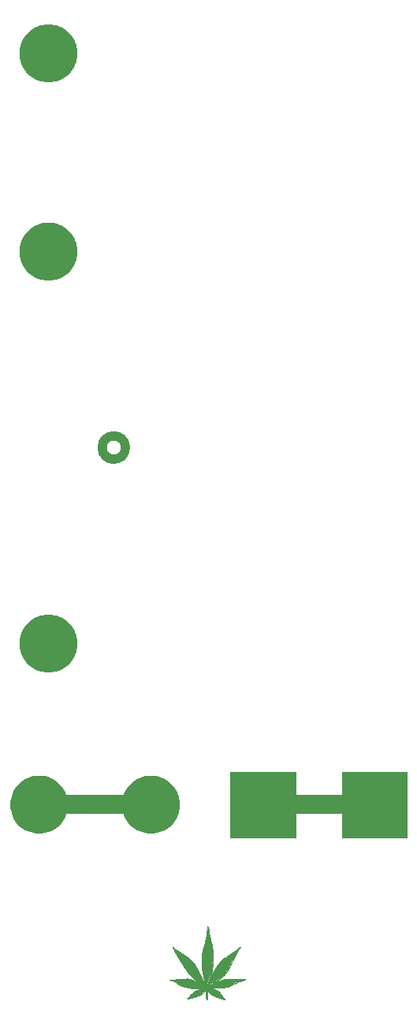
<source format=gbr>
G04 #@! TF.GenerationSoftware,KiCad,Pcbnew,(5.1.5-0)*
G04 #@! TF.CreationDate,2021-01-20T17:48:20-08:00*
G04 #@! TF.ProjectId,vcadsr,76636164-7372-42e6-9b69-6361645f7063,rev?*
G04 #@! TF.SameCoordinates,Original*
G04 #@! TF.FileFunction,Soldermask,Top*
G04 #@! TF.FilePolarity,Negative*
%FSLAX46Y46*%
G04 Gerber Fmt 4.6, Leading zero omitted, Abs format (unit mm)*
G04 Created by KiCad (PCBNEW (5.1.5-0)) date 2021-01-20 17:48:20*
%MOMM*%
%LPD*%
G04 APERTURE LIST*
%ADD10C,2.000000*%
%ADD11C,0.100000*%
%ADD12C,1.000000*%
%ADD13C,0.000002*%
%ADD14C,0.001000*%
G04 APERTURE END LIST*
D10*
X19250000Y-104000000D02*
X7250000Y-104000000D01*
X43500000Y-104000000D02*
X31500000Y-104000000D01*
D11*
G36*
X47000000Y-107500000D02*
G01*
X40000000Y-107500000D01*
X40000000Y-100500000D01*
X47000000Y-100500000D01*
X47000000Y-107500000D01*
G37*
X47000000Y-107500000D02*
X40000000Y-107500000D01*
X40000000Y-100500000D01*
X47000000Y-100500000D01*
X47000000Y-107500000D01*
G36*
X35000000Y-107500000D02*
G01*
X28000000Y-107500000D01*
X28000000Y-100500000D01*
X35000000Y-100500000D01*
X35000000Y-107500000D01*
G37*
X35000000Y-107500000D02*
X28000000Y-107500000D01*
X28000000Y-100500000D01*
X35000000Y-100500000D01*
X35000000Y-107500000D01*
D12*
X16750000Y-65750000D02*
G75*
G03X16750000Y-65750000I-1250000J0D01*
G01*
D11*
G36*
X26160400Y-123747650D02*
G01*
X26712850Y-124027050D01*
X27039875Y-124354075D01*
X27174813Y-124584263D01*
X27406588Y-124854138D01*
X27100200Y-124770000D01*
X26846200Y-124693800D01*
X26668400Y-124630300D01*
X26293750Y-124496950D01*
X25934975Y-124303275D01*
X25674625Y-124017525D01*
X25550800Y-123855600D01*
X25614300Y-123893700D01*
X25588900Y-123830200D01*
X25652400Y-123658750D01*
X26160400Y-123747650D01*
G37*
X26160400Y-123747650D02*
X26712850Y-124027050D01*
X27039875Y-124354075D01*
X27174813Y-124584263D01*
X27406588Y-124854138D01*
X27100200Y-124770000D01*
X26846200Y-124693800D01*
X26668400Y-124630300D01*
X26293750Y-124496950D01*
X25934975Y-124303275D01*
X25674625Y-124017525D01*
X25550800Y-123855600D01*
X25614300Y-123893700D01*
X25588900Y-123830200D01*
X25652400Y-123658750D01*
X26160400Y-123747650D01*
G36*
X25366650Y-123766700D02*
G01*
X24998350Y-124198500D01*
X24560200Y-124471550D01*
X24179200Y-124611250D01*
X23429900Y-124776350D01*
X23912500Y-124249300D01*
X24306200Y-123982600D01*
X24674500Y-123779400D01*
X25144400Y-123703200D01*
X25169800Y-123703200D01*
X25366650Y-123766700D01*
G37*
X25366650Y-123766700D02*
X24998350Y-124198500D01*
X24560200Y-124471550D01*
X24179200Y-124611250D01*
X23429900Y-124776350D01*
X23912500Y-124249300D01*
X24306200Y-123982600D01*
X24674500Y-123779400D01*
X25144400Y-123703200D01*
X25169800Y-123703200D01*
X25366650Y-123766700D01*
G36*
X28573400Y-122738000D02*
G01*
X29005200Y-122763400D01*
X29583207Y-122773943D01*
X28903600Y-122928500D01*
X28471800Y-123119000D01*
X28128900Y-123334900D01*
X27709800Y-123500000D01*
X27176400Y-123588900D01*
X26731900Y-123614300D01*
X26154050Y-123595250D01*
X25576200Y-123576200D01*
X25512700Y-123500000D01*
X25728600Y-123436500D01*
X25735585Y-123385700D01*
X26051815Y-123258700D01*
X26585850Y-123030100D01*
X27138300Y-122826900D01*
X27532000Y-122712600D01*
X27976500Y-122712600D01*
X28573400Y-122738000D01*
G37*
X28573400Y-122738000D02*
X29005200Y-122763400D01*
X29583207Y-122773943D01*
X28903600Y-122928500D01*
X28471800Y-123119000D01*
X28128900Y-123334900D01*
X27709800Y-123500000D01*
X27176400Y-123588900D01*
X26731900Y-123614300D01*
X26154050Y-123595250D01*
X25576200Y-123576200D01*
X25512700Y-123500000D01*
X25728600Y-123436500D01*
X25735585Y-123385700D01*
X26051815Y-123258700D01*
X26585850Y-123030100D01*
X27138300Y-122826900D01*
X27532000Y-122712600D01*
X27976500Y-122712600D01*
X28573400Y-122738000D01*
G36*
X28560700Y-120083700D02*
G01*
X28319400Y-120579000D01*
X28116200Y-121036200D01*
X27855850Y-121556900D01*
X27582800Y-121912500D01*
X27271650Y-122325250D01*
X26801750Y-122718950D01*
X26300100Y-123055500D01*
X25195200Y-123652400D01*
X25220600Y-123322200D01*
X25525400Y-123271400D01*
X25773050Y-122833250D01*
X25988950Y-122369700D01*
X26154050Y-122039500D01*
X26338200Y-121747400D01*
X26503300Y-121429900D01*
X26782700Y-121074300D01*
X27062100Y-120756800D01*
X27392300Y-120464700D01*
X27735200Y-120236100D01*
X28116200Y-119982100D01*
X28509900Y-119715400D01*
X29043300Y-119321700D01*
X28560700Y-120083700D01*
G37*
X28560700Y-120083700D02*
X28319400Y-120579000D01*
X28116200Y-121036200D01*
X27855850Y-121556900D01*
X27582800Y-121912500D01*
X27271650Y-122325250D01*
X26801750Y-122718950D01*
X26300100Y-123055500D01*
X25195200Y-123652400D01*
X25220600Y-123322200D01*
X25525400Y-123271400D01*
X25773050Y-122833250D01*
X25988950Y-122369700D01*
X26154050Y-122039500D01*
X26338200Y-121747400D01*
X26503300Y-121429900D01*
X26782700Y-121074300D01*
X27062100Y-120756800D01*
X27392300Y-120464700D01*
X27735200Y-120236100D01*
X28116200Y-119982100D01*
X28509900Y-119715400D01*
X29043300Y-119321700D01*
X28560700Y-120083700D01*
G36*
X25715900Y-117950100D02*
G01*
X25817500Y-118432700D01*
X25931800Y-118889900D01*
X26014350Y-119220100D01*
X26077850Y-119601100D01*
X26122300Y-120121800D01*
X26122300Y-120655200D01*
X26071500Y-121239400D01*
X26008000Y-121760100D01*
X25865125Y-122255400D01*
X25566675Y-123271400D01*
X25353950Y-123220600D01*
X25119000Y-122306200D01*
X24945962Y-121442600D01*
X24961837Y-120655200D01*
X25014225Y-119994800D01*
X25176150Y-119220100D01*
X25411100Y-118407300D01*
X25538100Y-117632600D01*
X25601600Y-117111900D01*
X25715900Y-117950100D01*
G37*
X25715900Y-117950100D02*
X25817500Y-118432700D01*
X25931800Y-118889900D01*
X26014350Y-119220100D01*
X26077850Y-119601100D01*
X26122300Y-120121800D01*
X26122300Y-120655200D01*
X26071500Y-121239400D01*
X26008000Y-121760100D01*
X25865125Y-122255400D01*
X25566675Y-123271400D01*
X25353950Y-123220600D01*
X25119000Y-122306200D01*
X24945962Y-121442600D01*
X24961837Y-120655200D01*
X25014225Y-119994800D01*
X25176150Y-119220100D01*
X25411100Y-118407300D01*
X25538100Y-117632600D01*
X25601600Y-117111900D01*
X25715900Y-117950100D01*
G36*
X22096400Y-119524900D02*
G01*
X22413900Y-119766200D01*
X22979050Y-120083700D01*
X23575950Y-120515500D01*
X23950600Y-120896500D01*
X24350650Y-121461650D01*
X24947550Y-122642750D01*
X25246000Y-123207900D01*
X25258700Y-123220600D01*
X24928500Y-123246000D01*
X24826900Y-123195200D01*
X24471300Y-122947550D01*
X24064900Y-122579250D01*
X23734700Y-122230000D01*
X23379100Y-121798200D01*
X23099700Y-121379100D01*
X22909200Y-121125100D01*
X22655200Y-120667900D01*
X22401200Y-120299600D01*
X22159900Y-119880500D01*
X21880500Y-119321700D01*
X22096400Y-119524900D01*
G37*
X22096400Y-119524900D02*
X22413900Y-119766200D01*
X22979050Y-120083700D01*
X23575950Y-120515500D01*
X23950600Y-120896500D01*
X24350650Y-121461650D01*
X24947550Y-122642750D01*
X25246000Y-123207900D01*
X25258700Y-123220600D01*
X24928500Y-123246000D01*
X24826900Y-123195200D01*
X24471300Y-122947550D01*
X24064900Y-122579250D01*
X23734700Y-122230000D01*
X23379100Y-121798200D01*
X23099700Y-121379100D01*
X22909200Y-121125100D01*
X22655200Y-120667900D01*
X22401200Y-120299600D01*
X22159900Y-119880500D01*
X21880500Y-119321700D01*
X22096400Y-119524900D01*
G36*
X23502925Y-122703075D02*
G01*
X23839475Y-122798325D01*
X24103000Y-122890400D01*
X24801500Y-123296800D01*
X24831980Y-123324740D01*
X24839600Y-123309500D01*
X24839600Y-123322200D01*
X24831980Y-123324740D01*
X24750700Y-123487300D01*
X25144400Y-123627000D01*
X24934850Y-123652400D01*
X24541150Y-123677800D01*
X24064900Y-123677800D01*
X23620400Y-123614300D01*
X23137800Y-123500000D01*
X22744100Y-123385700D01*
X22337700Y-123157100D01*
X22020200Y-122928500D01*
X21613800Y-122801500D01*
X22261500Y-122750700D01*
X22794900Y-122712600D01*
X23258450Y-122706250D01*
X23502925Y-122703075D01*
G37*
X23502925Y-122703075D02*
X23839475Y-122798325D01*
X24103000Y-122890400D01*
X24801500Y-123296800D01*
X24831980Y-123324740D01*
X24839600Y-123309500D01*
X24839600Y-123322200D01*
X24831980Y-123324740D01*
X24750700Y-123487300D01*
X25144400Y-123627000D01*
X24934850Y-123652400D01*
X24541150Y-123677800D01*
X24064900Y-123677800D01*
X23620400Y-123614300D01*
X23137800Y-123500000D01*
X22744100Y-123385700D01*
X22337700Y-123157100D01*
X22020200Y-122928500D01*
X21613800Y-122801500D01*
X22261500Y-122750700D01*
X22794900Y-122712600D01*
X23258450Y-122706250D01*
X23502925Y-122703075D01*
G36*
X25500000Y-123284100D02*
G01*
X25288862Y-123477775D01*
X25507937Y-123573025D01*
X26258825Y-124115950D01*
X26077850Y-124211200D01*
X25500000Y-123754000D01*
X25512700Y-124846200D01*
X25398400Y-124706500D01*
X25392050Y-123817500D01*
X25436500Y-123817500D01*
X25055500Y-123601600D01*
X24769750Y-123449200D01*
X24934850Y-123169800D01*
X25500000Y-123284100D01*
G37*
X25500000Y-123284100D02*
X25288862Y-123477775D01*
X25507937Y-123573025D01*
X26258825Y-124115950D01*
X26077850Y-124211200D01*
X25500000Y-123754000D01*
X25512700Y-124846200D01*
X25398400Y-124706500D01*
X25392050Y-123817500D01*
X25436500Y-123817500D01*
X25055500Y-123601600D01*
X24769750Y-123449200D01*
X24934850Y-123169800D01*
X25500000Y-123284100D01*
D13*
X24979586Y-121596968D02*
X24986414Y-121663404D01*
X21560628Y-122785206D02*
G75*
G02X21562745Y-122780474I8833J-1112D01*
G01*
X21562745Y-122780475D02*
G75*
G02X21567170Y-122777659I6961J-6056D01*
G01*
X21567171Y-122777659D02*
G75*
G02X21576272Y-122775641I21302J-74534D01*
G01*
X21619176Y-122769928D02*
X21576272Y-122775641D01*
X21675382Y-122764579D02*
X21619176Y-122769928D01*
X21749523Y-122759059D02*
X21675382Y-122764579D01*
X21850810Y-122752773D02*
X21749523Y-122759059D01*
X21964250Y-122745535D02*
X21850810Y-122752773D01*
X22055159Y-122738329D02*
X21964250Y-122745535D01*
X22135946Y-122730142D02*
X22055159Y-122738329D01*
X22217522Y-122719967D02*
X22135946Y-122730142D01*
X22295588Y-122710763D02*
X22217522Y-122719967D01*
X22394548Y-122701810D02*
X22295588Y-122710763D01*
X22502731Y-122693949D02*
X22394548Y-122701810D01*
X22610022Y-122688039D02*
X22502731Y-122693949D01*
X22658893Y-122685783D02*
X22610022Y-122688039D01*
X22728084Y-122682592D02*
X22658893Y-122685783D01*
X22803746Y-122679104D02*
X22728084Y-122682592D01*
X22875022Y-122675821D02*
X22803746Y-122679104D01*
X23042892Y-122668843D02*
X22875022Y-122675821D01*
X23217753Y-122663052D02*
X23042892Y-122668843D01*
X23391324Y-122658069D02*
X23217753Y-122663052D01*
X23391324Y-122658069D02*
G75*
G02X23400393Y-122660507I462J-16364D01*
G01*
X23403889Y-122661762D02*
G75*
G02X23400393Y-122660507I1209J8867D01*
G01*
X23419388Y-122663775D02*
X23403889Y-122661762D01*
X23437771Y-122665819D02*
X23419388Y-122663775D01*
X23458715Y-122667713D02*
X23437771Y-122665819D01*
X24970054Y-121487481D02*
X24972649Y-121517124D01*
X26112378Y-123647086D02*
X26157522Y-123650622D01*
X26063537Y-123643388D02*
X26112378Y-123647086D01*
X26018194Y-123640058D02*
X26063537Y-123643388D01*
X25985022Y-123637755D02*
X26018194Y-123640058D01*
X25953615Y-123635486D02*
X25985022Y-123637755D01*
X25914584Y-123632326D02*
X25953615Y-123635486D01*
X25874606Y-123628849D02*
X25914584Y-123632326D01*
X25840022Y-123625579D02*
X25874606Y-123628849D01*
X25778512Y-123620402D02*
X25840022Y-123625579D01*
X25726901Y-123618134D02*
X25778512Y-123620402D01*
X24331364Y-121380665D02*
X24202584Y-121173051D01*
X24460123Y-121610277D02*
X24331364Y-121380665D01*
X25763811Y-123644985D02*
X25725611Y-123637712D01*
X25801820Y-123651668D02*
X25763811Y-123644985D01*
X25827522Y-123655429D02*
X25801820Y-123651668D01*
X25827522Y-123655429D02*
G75*
G02X25915850Y-123671576I-96572J-777952D01*
G01*
X26042223Y-123704860D02*
X25915850Y-123671576D01*
X26181550Y-123747366D02*
X26042223Y-123704860D01*
X26315022Y-123794009D02*
X26181550Y-123747366D01*
X26358649Y-123811046D02*
X26315022Y-123794009D01*
X26404637Y-123830487D02*
X26358649Y-123811046D01*
X26452079Y-123851930D02*
X26404637Y-123830487D01*
X26500085Y-123874987D02*
X26452079Y-123851930D01*
X26500085Y-123874988D02*
G75*
G02X26652408Y-123962179I-639105J-1293158D01*
G01*
X25100081Y-122347260D02*
X25102098Y-122357528D01*
X28120021Y-121015299D02*
G75*
G02X28119743Y-121016562I-3003J0D01*
G01*
X28111209Y-121034952D02*
X28119743Y-121016562D01*
X28101523Y-121055632D02*
X28111209Y-121034952D01*
X28090022Y-121079870D02*
X28101523Y-121055632D01*
X28078521Y-121104146D02*
X28090022Y-121079870D01*
X28068834Y-121124951D02*
X28078521Y-121104146D01*
X28060385Y-121143329D02*
X28068834Y-121124951D01*
X28060021Y-121144995D02*
G75*
G02X28060385Y-121143329I3995J0D01*
G01*
X28060021Y-121144995D02*
G75*
G02X28059292Y-121148297I-7840J0D01*
G01*
X28020677Y-121231421D02*
X28059292Y-121148297D01*
X27977758Y-121323339D02*
X28020677Y-121231421D01*
X27927442Y-121430277D02*
X27977758Y-121323339D01*
X27904537Y-121478174D02*
X27927442Y-121430277D01*
X27876801Y-121534980D02*
X27904537Y-121478174D01*
X27847730Y-121593998D02*
X27876801Y-121534980D01*
X27847731Y-121593997D02*
G75*
G02X27845022Y-121597777I-12801J6311D01*
G01*
X27843589Y-121599614D02*
G75*
G02X27845022Y-121597777I8150J-4881D01*
G01*
X27840177Y-121605418D02*
X27843588Y-121599615D01*
X27836238Y-121612435D02*
X27840177Y-121605418D01*
X27832041Y-121620277D02*
X27836238Y-121612435D01*
X27823008Y-121637116D02*
X27832041Y-121620277D01*
X27812309Y-121656309D02*
X27823008Y-121637116D01*
X27801117Y-121675799D02*
X27812309Y-121656309D01*
X27790563Y-121693576D02*
X27801117Y-121675799D01*
X27786359Y-121700601D02*
X27790563Y-121693576D01*
X27779895Y-121711546D02*
X27786359Y-121700601D01*
X27772630Y-121723921D02*
X27779895Y-121711546D01*
X27765538Y-121736076D02*
X27772630Y-121723921D01*
X27765539Y-121736076D02*
G75*
G02X27676513Y-121874537I-1594117J927112D01*
G01*
X27560765Y-122028716D02*
X27676513Y-121874537D01*
X27429379Y-122185115D02*
X27560765Y-122028716D01*
X27292561Y-122330767D02*
X27429379Y-122185115D01*
X27292561Y-122330767D02*
G75*
G02X27012462Y-122588051I-2992746J2977019D01*
G01*
X26702444Y-122826945D02*
X27012462Y-122588051D01*
X26346530Y-123058868D02*
X26702444Y-122826945D01*
X25927522Y-123295384D02*
X26346530Y-123058868D01*
X25907210Y-123306206D02*
X25927522Y-123295384D01*
X25883256Y-123319049D02*
X25907210Y-123306206D01*
X25859541Y-123331825D02*
X25883256Y-123319049D01*
X25840022Y-123342411D02*
X25859541Y-123331825D01*
X25822766Y-123351769D02*
X25840022Y-123342411D01*
X25806062Y-123360749D02*
X25822766Y-123351769D01*
X25791782Y-123368359D02*
X25806062Y-123360749D01*
X25784097Y-123372337D02*
X25791782Y-123368359D01*
X25767847Y-123382144D02*
G75*
G02X25784097Y-123372337I73169J-102870D01*
G01*
X25751467Y-123395234D02*
G75*
G02X25767847Y-123382145I125077J-139731D01*
G01*
X25738112Y-123408375D02*
G75*
G02X25751467Y-123395234I145858J-134885D01*
G01*
X25735021Y-123416267D02*
G75*
G02X25738111Y-123408375I11624J0D01*
G01*
X25735871Y-123419781D02*
G75*
G02X25735022Y-123416267I6849J3514D01*
G01*
X25738155Y-123421737D02*
G75*
G02X25735870Y-123419780I1247J3768D01*
G01*
X25742397Y-123422198D02*
G75*
G02X25738155Y-123421737I-1044J10127D01*
G01*
X25749641Y-123421103D02*
G75*
G02X25742398Y-123422199I-15184J75919D01*
G01*
X25768149Y-123415366D02*
G75*
G02X25749641Y-123421104I-36945J86448D01*
G01*
X25828992Y-123389023D02*
X25768149Y-123415366D01*
X25896972Y-123358528D02*
X25828992Y-123389023D01*
X25965022Y-123326643D02*
X25896972Y-123358528D01*
X25988044Y-123315656D02*
X25965022Y-123326643D01*
X26013850Y-123303400D02*
X25988044Y-123315656D01*
X26038478Y-123291750D02*
X26013850Y-123303400D01*
X26057522Y-123282798D02*
X26038478Y-123291750D01*
X26077497Y-123273393D02*
X26057522Y-123282798D01*
X26105600Y-123260054D02*
X26077497Y-123273393D01*
X26136247Y-123245444D02*
X26105600Y-123260054D01*
X26165022Y-123231661D02*
X26136247Y-123245444D01*
X26219936Y-123205361D02*
X26165022Y-123231661D01*
X26261702Y-123185535D02*
X26219936Y-123205361D01*
X26296707Y-123169148D02*
X26261702Y-123185535D01*
X26330022Y-123153816D02*
X26296707Y-123169148D01*
X26365354Y-123137574D02*
X26330022Y-123153816D01*
X26431774Y-123106749D02*
X26365354Y-123137574D01*
X26499694Y-123075132D02*
X26431774Y-123106749D01*
X26547522Y-123052733D02*
X26499694Y-123075132D01*
X26694502Y-122984657D02*
X26547522Y-123052733D01*
X26845333Y-122916903D02*
X26694502Y-122984657D01*
X26983653Y-122856658D02*
X26845333Y-122916903D01*
X27090022Y-122812680D02*
X26983653Y-122856658D01*
X27143337Y-122791611D02*
X27090022Y-122812680D01*
X27178135Y-122778359D02*
X27143337Y-122791611D01*
X27207932Y-122767769D02*
X27178135Y-122778359D01*
X27242522Y-122756289D02*
X27207932Y-122767769D01*
X27301620Y-122738467D02*
X27242522Y-122756289D01*
X27363071Y-122722384D02*
X27301620Y-122738467D01*
X27424574Y-122708597D02*
X27363071Y-122722384D01*
X27483822Y-122697669D02*
X27424574Y-122708597D01*
X27525789Y-122691782D02*
X27483822Y-122697669D01*
X27561324Y-122688975D02*
X27525789Y-122691782D01*
X27605896Y-122688261D02*
X27561324Y-122688975D01*
X27686322Y-122689370D02*
X27605896Y-122688261D01*
X27743234Y-122690735D02*
X27686322Y-122689370D01*
X27801607Y-122692737D02*
X27743234Y-122690735D01*
X27853546Y-122695032D02*
X27801607Y-122692737D01*
X27887522Y-122697267D02*
X27853546Y-122695032D01*
X27918287Y-122699702D02*
X27887522Y-122697267D01*
X27957662Y-122702627D02*
X27918287Y-122699702D01*
X27998691Y-122705545D02*
X27957662Y-122702627D01*
X28035022Y-122707990D02*
X27998691Y-122705545D01*
X28072057Y-122710418D02*
X28035022Y-122707990D01*
X28115318Y-122713293D02*
X28072057Y-122710418D01*
X28157867Y-122716150D02*
X28115318Y-122713293D01*
X28192522Y-122718510D02*
X28157867Y-122716150D01*
X28245145Y-122720680D02*
X28192522Y-122718510D01*
X28437897Y-122723130D02*
X28245145Y-122720680D01*
X28666132Y-122725346D02*
X28437897Y-122723130D01*
X28922522Y-122726997D02*
X28666132Y-122725346D01*
X29260194Y-122728974D02*
X28922522Y-122726997D01*
X29446598Y-122730953D02*
X29260194Y-122728974D01*
X29575267Y-122733028D02*
X29446598Y-122730953D01*
X29575267Y-122733028D02*
G75*
G02X29588772Y-122736729I-500J-28318D01*
G01*
X29588772Y-122736728D02*
G75*
G02X29597766Y-122745160I-13045J-22929D01*
G01*
X29597766Y-122745160D02*
G75*
G02X29600023Y-122755412I-12281J-8079D01*
G01*
X29600023Y-122755413D02*
G75*
G02X29594871Y-122765674I-18220J2725D01*
G01*
X29594870Y-122765673D02*
G75*
G02X29583207Y-122773943I-29662J29474D01*
G01*
X29583208Y-122773944D02*
G75*
G02X29565174Y-122781131I-63623J133418D01*
G01*
X29500776Y-122801805D02*
X29565174Y-122781131D01*
X29438093Y-122821392D02*
X29500776Y-122801805D01*
X29402522Y-122831377D02*
X29438093Y-122821392D01*
X29273171Y-122868169D02*
X29402522Y-122831377D01*
X29098786Y-122925203D02*
X29273171Y-122868169D01*
X28919767Y-122988251D02*
X29098786Y-122925203D01*
X28772522Y-123045274D02*
X28919767Y-122988251D01*
X28649199Y-123098078D02*
X28772522Y-123045274D01*
X28503927Y-123164591D02*
X28649199Y-123098078D01*
X28362600Y-123232490D02*
X28503927Y-123164591D01*
X28252522Y-123289199D02*
X28362600Y-123232490D01*
X28118504Y-123360433D02*
X28252522Y-123289199D01*
X28033440Y-123402696D02*
X28118504Y-123360433D01*
X27958987Y-123435131D02*
X28033440Y-123402696D01*
X27867522Y-123470178D02*
X27958987Y-123435131D01*
X27792423Y-123497307D02*
X27867522Y-123470178D01*
X27752851Y-123510723D02*
X27792423Y-123497307D01*
X27713400Y-123522598D02*
X27752851Y-123510723D01*
X27640022Y-123543034D02*
X27713400Y-123522598D01*
X27520804Y-123572545D02*
X27640022Y-123543034D01*
X27383620Y-123600279D02*
X27520804Y-123572545D01*
X27245884Y-123623156D02*
X27383620Y-123600279D01*
X27125022Y-123637838D02*
X27245884Y-123623156D01*
X27101013Y-123640138D02*
X27125022Y-123637838D01*
X27066506Y-123643487D02*
X27101013Y-123640138D01*
X27028547Y-123647195D02*
X27066506Y-123643487D01*
X26992522Y-123650739D02*
X27028547Y-123647195D01*
X26858935Y-123658145D02*
X26992522Y-123650739D01*
X26586190Y-123659806D02*
X26858935Y-123658145D01*
X26313070Y-123657895D02*
X26586190Y-123659806D01*
X26157522Y-123650622D02*
X26313070Y-123657895D01*
X25684700Y-123617876D02*
X25726901Y-123618134D01*
X25680021Y-123622584D02*
G75*
G02X25684700Y-123617876I4709J-1D01*
G01*
X25681145Y-123624719D02*
G75*
G02X25680022Y-123622585I1466J2134D01*
G01*
X25685529Y-123627293D02*
G75*
G02X25681144Y-123624719I15819J31971D01*
G01*
X24610636Y-121888155D02*
X24594341Y-121858062D01*
X24621221Y-121907777D02*
X24610636Y-121888155D01*
X26011249Y-122283226D02*
X25964982Y-122380277D01*
X26096807Y-122112328D02*
X26011249Y-122283226D01*
X26183548Y-121941636D02*
X26096807Y-122112328D01*
X26224269Y-121866527D02*
X26183548Y-121941636D01*
X26238678Y-121841366D02*
X26224269Y-121866527D01*
X26249929Y-121821636D02*
X26238678Y-121841366D01*
X26259609Y-121804555D02*
X26249929Y-121821636D01*
X26269048Y-121787777D02*
X26259609Y-121804555D01*
X26275983Y-121775624D02*
X26269048Y-121787777D01*
X26287590Y-121755731D02*
X26275983Y-121775624D01*
X26300976Y-121732985D02*
X26287590Y-121755731D01*
X26314458Y-121710277D02*
X26300976Y-121732985D01*
X26327575Y-121688268D02*
X26314458Y-121710277D01*
X26339864Y-121667624D02*
X26327575Y-121688268D01*
X26350197Y-121650243D02*
X26339864Y-121667624D01*
X26354889Y-121642307D02*
X26350197Y-121650243D01*
X26399259Y-121570233D02*
X26354889Y-121642307D01*
X26462393Y-121473837D02*
X26399259Y-121570233D01*
X26529939Y-121374271D02*
X26462393Y-121473837D01*
X26589543Y-121290277D02*
X26529939Y-121374271D01*
X26646819Y-121213641D02*
X26589543Y-121290277D01*
X26717177Y-121123061D02*
X26646819Y-121213641D01*
X26784639Y-121038542D02*
X26717177Y-121123061D01*
X26827847Y-120987777D02*
X26784639Y-121038542D01*
X28135064Y-120981889D02*
X28144416Y-120961958D01*
X28127187Y-120998945D02*
X28135064Y-120981889D01*
X28120294Y-121014044D02*
X28127187Y-120998945D01*
X28120022Y-121015299D02*
G75*
G02X28120294Y-121014044I3026J0D01*
G01*
X24575985Y-121824222D02*
X24558037Y-121791194D01*
X24594341Y-121858062D02*
X24575985Y-121824222D01*
X27412904Y-124882618D02*
G75*
G02X27412962Y-124890934I-10582J-4233D01*
G01*
X27412961Y-124890934D02*
G75*
G02X27410571Y-124893771I-5287J2029D01*
G01*
X27410571Y-124893771D02*
G75*
G02X27405675Y-124895933I-11328J19028D01*
G01*
X27405675Y-124895934D02*
G75*
G02X27398837Y-124897326I-10822J35655D01*
G01*
X27398838Y-124897325D02*
G75*
G02X27390414Y-124897777I-8424J78322D01*
G01*
X25893609Y-122541378D02*
X25885721Y-122560277D01*
X25920843Y-122479384D02*
X25893609Y-122541378D01*
X25947720Y-122418594D02*
X25920843Y-122479384D01*
X25964982Y-122380277D02*
X25947720Y-122418594D01*
X27390414Y-124897778D02*
G75*
G02X27375921Y-124896825I0J110737D01*
G01*
X27375921Y-124896825D02*
G75*
G02X27363016Y-124893965I9971J75534D01*
G01*
X27363016Y-124893965D02*
G75*
G02X27346281Y-124887761I53575J170197D01*
G01*
X27315022Y-124874046D02*
X27346281Y-124887761D01*
X27251838Y-124847762D02*
X27315022Y-124874046D01*
X27185736Y-124824319D02*
X27251838Y-124847762D01*
X27114120Y-124802862D02*
X27185736Y-124824319D01*
X27034294Y-124782548D02*
X27114120Y-124802862D01*
X26897606Y-124749292D02*
X27034294Y-124782548D01*
X24630128Y-121924323D02*
X24621221Y-121907777D01*
X24640235Y-121943074D02*
X24630128Y-121924323D01*
X25753305Y-122886243D02*
X25744490Y-122906661D01*
X25763179Y-122862378D02*
X25753305Y-122886243D01*
X25774497Y-122834151D02*
X25763179Y-122862378D01*
X25787768Y-122800277D02*
X25774497Y-122834151D01*
X25793655Y-122785324D02*
X25787768Y-122800277D01*
X25800109Y-122769333D02*
X25793655Y-122785324D01*
X25806173Y-122754627D02*
X25800109Y-122769333D01*
X26652408Y-123962178D02*
G75*
G02X26790509Y-124065987I-743206J-1132487D01*
G01*
X26790509Y-124065987D02*
G75*
G02X26908604Y-124181641I-808447J-943632D01*
G01*
X26908604Y-124181641D02*
G75*
G02X27001099Y-124304225I-691614J-618042D01*
G01*
X27093113Y-124447827D02*
X27001099Y-124304225D01*
X27158325Y-124544131D02*
X27093113Y-124447827D01*
X27219278Y-124626381D02*
X27158325Y-124544131D01*
X27294380Y-124720045D02*
X27219278Y-124626381D01*
X27337947Y-124772822D02*
X27294380Y-124720045D01*
X27351771Y-124789809D02*
X27337947Y-124772822D01*
X27362079Y-124803035D02*
X27351771Y-124789809D01*
X25134498Y-119270277D02*
X25120636Y-119320269D01*
X25810691Y-122744082D02*
X25806173Y-122754627D01*
X25814264Y-122735606D02*
X25810691Y-122744082D01*
X25817281Y-122727667D02*
X25814264Y-122735606D01*
X25819553Y-122720959D02*
X25817281Y-122727667D01*
X25820021Y-122717966D02*
G75*
G02X25819553Y-122720959I-9805J0D01*
G01*
X25820021Y-122717965D02*
G75*
G02X25820501Y-122714968I9600J-1D01*
G01*
X25822848Y-122708209D02*
X25820501Y-122714968D01*
X25825958Y-122700210D02*
X25822848Y-122708209D01*
X25829642Y-122691661D02*
X25825958Y-122700210D01*
X25843866Y-122659784D02*
X25829642Y-122691661D01*
X25852969Y-122638632D02*
X25843866Y-122659784D01*
X25859166Y-122623491D02*
X25852969Y-122638632D01*
X25860007Y-122619082D02*
G75*
G02X25859166Y-122623491I-11749J-43D01*
G01*
X25860007Y-122619082D02*
G75*
G02X25860459Y-122616632I6738J25D01*
G01*
X25863194Y-122609786D02*
X25860459Y-122616632D01*
X25866707Y-122601673D02*
X25863194Y-122609786D01*
X25870874Y-122592777D02*
X25866707Y-122601673D01*
X25875330Y-122583430D02*
X25870874Y-122592777D01*
X25879723Y-122573949D02*
X25875330Y-122583430D01*
X25883495Y-122565577D02*
X25879723Y-122573949D01*
X25885721Y-122560277D02*
X25883495Y-122565577D01*
X27377281Y-124823316D02*
X27362079Y-124803035D01*
X27393683Y-124846689D02*
X27377281Y-124823316D01*
X27393683Y-124846690D02*
G75*
G02X27405528Y-124866666I-194982J-129113D01*
G01*
X27405528Y-124866666D02*
G75*
G02X27412903Y-124882618I-148143J-78170D01*
G01*
X26837272Y-120977192D02*
X26827847Y-120987777D01*
X26857031Y-120954856D02*
X26837272Y-120977192D01*
X26880430Y-120928361D02*
X26857031Y-120954856D01*
X26905193Y-120900277D02*
X26880430Y-120928361D01*
X27013704Y-120783304D02*
X26905193Y-120900277D01*
X27146053Y-120652079D02*
X27013704Y-120783304D01*
X27277297Y-120530085D02*
X27146053Y-120652079D01*
X27380250Y-120444220D02*
X27277297Y-120530085D01*
X27467428Y-120378727D02*
X27380250Y-120444220D01*
X27546415Y-120323278D02*
X27467428Y-120378727D01*
X27648457Y-120256351D02*
X27546415Y-120323278D01*
X27827522Y-120142769D02*
X27648457Y-120256351D01*
X27889629Y-120103344D02*
X27827522Y-120142769D01*
X27956365Y-120060469D02*
X27889629Y-120103344D01*
X28017965Y-120020471D02*
X27956365Y-120060469D01*
X28062522Y-119990991D02*
X28017965Y-120020471D01*
X28197222Y-119899298D02*
X28062522Y-119990991D01*
X28320866Y-119812251D02*
X28197222Y-119899298D01*
X28468690Y-119704774D02*
X28320866Y-119812251D01*
X28690022Y-119540957D02*
X28468690Y-119704774D01*
X28733928Y-119508350D02*
X28690022Y-119540957D01*
X28776959Y-119476446D02*
X28733928Y-119508350D01*
X28814011Y-119449020D02*
X28776959Y-119476446D01*
X28835022Y-119433543D02*
X28814011Y-119449020D01*
X28851209Y-119421646D02*
X28835022Y-119433543D01*
X28868850Y-119408643D02*
X28851209Y-119421646D01*
X28885320Y-119396471D02*
X28868850Y-119408643D01*
X28897522Y-119387414D02*
X28885320Y-119396471D01*
X28937477Y-119359270D02*
X28897522Y-119387414D01*
X28992952Y-119323208D02*
X28937477Y-119359270D01*
X29049438Y-119287759D02*
X28992952Y-119323208D01*
X29049438Y-119287760D02*
G75*
G02X29064761Y-119281269I28471J-45884D01*
G01*
X29064761Y-119281268D02*
G75*
G02X29077504Y-119279947I10974J-43717D01*
G01*
X29077504Y-119279947D02*
G75*
G02X29084070Y-119284069I-305J-7776D01*
G01*
X29084070Y-119284070D02*
G75*
G02X29084527Y-119292656I-8997J-4784D01*
G01*
X29084527Y-119292655D02*
G75*
G02X29077667Y-119305539I-63438J25510D01*
G01*
X29065329Y-119322507D02*
X29077667Y-119305539D01*
X29045976Y-119346851D02*
X29065329Y-119322507D01*
X29026429Y-119370518D02*
X29045976Y-119346851D01*
X29026429Y-119370517D02*
G75*
G02X29016963Y-119380277I-72727J61071D01*
G01*
X28999895Y-119398072D02*
G75*
G02X29016963Y-119380277I123500J-101373D01*
G01*
X28945948Y-119464257D02*
X28999895Y-119398072D01*
X28891922Y-119531904D02*
X28945948Y-119464257D01*
X28851038Y-119585277D02*
X28891922Y-119531904D01*
X28774034Y-119693698D02*
X28851038Y-119585277D01*
X28713980Y-119789678D02*
X28774034Y-119693698D01*
X28648409Y-119910452D02*
X28713980Y-119789678D01*
X28545463Y-120115277D02*
X28648409Y-119910452D01*
X28512314Y-120182396D02*
X28545463Y-120115277D01*
X28482337Y-120243418D02*
X28512314Y-120182396D01*
X28457300Y-120294652D02*
X28482337Y-120243418D01*
X28448740Y-120312777D02*
X28457300Y-120294652D01*
X28433870Y-120344997D02*
X28448740Y-120312777D01*
X28398656Y-120420485D02*
X28433870Y-120344997D01*
X28363434Y-120495815D02*
X28398656Y-120420485D01*
X28342505Y-120540277D02*
X28363434Y-120495815D01*
X28336270Y-120553483D02*
X28342505Y-120540277D01*
X28326572Y-120574090D02*
X28336270Y-120553483D01*
X28315623Y-120597387D02*
X28326572Y-120574090D01*
X28304881Y-120620277D02*
X28315623Y-120597387D01*
X28252656Y-120731614D02*
X28304881Y-120620277D01*
X28205466Y-120832138D02*
X28252656Y-120731614D01*
X28166565Y-120914935D02*
X28205466Y-120832138D01*
X28144416Y-120961958D02*
X28166565Y-120914935D01*
X24956089Y-120270173D02*
X24950432Y-120347777D01*
X24991414Y-119934273D02*
X24989359Y-119951746D01*
X24999812Y-121775277D02*
X25002112Y-121791881D01*
X22720022Y-123404199D02*
X22785345Y-123431444D01*
X22672193Y-123382386D02*
X22720022Y-123404199D01*
X22596008Y-123345116D02*
X22672193Y-123382386D01*
X22513874Y-123304229D02*
X22596008Y-123345116D01*
X23458715Y-122667712D02*
G75*
G02X23537077Y-122677867I-68767J-838110D01*
G01*
X23634167Y-122697547D02*
X23537077Y-122677867D01*
X23738541Y-122723880D02*
X23634167Y-122697547D01*
X23840022Y-122754629D02*
X23738541Y-122723880D01*
X23911345Y-122778648D02*
X23840022Y-122754629D01*
X23962918Y-122797344D02*
X23911345Y-122778648D01*
X24014767Y-122818060D02*
X23962918Y-122797344D01*
X24087522Y-122848978D02*
X24014767Y-122818060D01*
X24136095Y-122871297D02*
X24087522Y-122848978D01*
X24222054Y-122913707D02*
X24136095Y-122871297D01*
X24307800Y-122957003D02*
X24222054Y-122913707D01*
X24357522Y-122983724D02*
X24307800Y-122957003D01*
X24374485Y-122993290D02*
X24357522Y-122983724D01*
X24392381Y-123003359D02*
X24374485Y-122993290D01*
X24408665Y-123012503D02*
X24392381Y-123003359D01*
X24420022Y-123018855D02*
X24408665Y-123012503D01*
X24467579Y-123046350D02*
X24420022Y-123018855D01*
X24529264Y-123083880D02*
X24467579Y-123046350D01*
X24594127Y-123124579D02*
X24529264Y-123083880D01*
X24652522Y-123162529D02*
X24594127Y-123124579D01*
X24769621Y-123239782D02*
X24652522Y-123162529D01*
X24784217Y-123242895D02*
G75*
G02X24769621Y-123239782I-3296J20324D01*
G01*
X24785880Y-123236626D02*
G75*
G02X24784217Y-123242894I-2231J-2763D01*
G01*
X24686635Y-123156997D02*
X24785879Y-123236626D01*
X24576355Y-123068615D02*
X24686635Y-123156997D01*
X24455655Y-122971064D02*
X24576355Y-123068615D01*
X24346190Y-122882022D02*
X24455655Y-122971064D01*
X24297522Y-122841366D02*
X24346190Y-122882022D01*
X24060218Y-122628564D02*
X24297522Y-122841366D01*
X23831976Y-122403889D02*
X24060218Y-122628564D01*
X23626302Y-122181368D02*
X23831976Y-122403889D01*
X23457522Y-121975413D02*
X23626302Y-122181368D01*
X23447035Y-121961730D02*
X23457522Y-121975413D01*
X23430933Y-121940881D02*
X23447035Y-121961730D01*
X23412804Y-121917489D02*
X23430933Y-121940881D01*
X23395094Y-121894720D02*
X23412804Y-121917489D01*
X23350771Y-121836679D02*
X23395094Y-121894720D01*
X23298022Y-121765362D02*
X23350771Y-121836679D01*
X23243294Y-121689659D02*
X23298022Y-121765362D01*
X23192611Y-121617777D02*
X23243294Y-121689659D01*
X23115794Y-121505183D02*
X23192611Y-121617777D01*
X23003314Y-121336047D02*
X23115794Y-121505183D01*
X22892960Y-121168079D02*
X23003314Y-121336047D01*
X22827810Y-121065811D02*
X22892960Y-121168079D01*
X22812852Y-121041839D02*
X22827810Y-121065811D01*
X22793501Y-121011028D02*
X22812852Y-121041839D01*
X22773210Y-120978853D02*
X22793501Y-121011028D01*
X22755098Y-120950277D02*
X22773210Y-120978853D01*
X22732466Y-120914465D02*
X22755098Y-120950277D01*
X22694344Y-120853699D02*
X22732466Y-120914465D01*
X22650478Y-120783586D02*
X22694344Y-120853699D01*
X22606299Y-120712777D02*
X22650478Y-120783586D01*
X22563762Y-120644522D02*
X22606299Y-120712777D01*
X22524866Y-120582137D02*
X22563762Y-120644522D01*
X22492249Y-120529846D02*
X22524866Y-120582137D01*
X22480010Y-120510277D02*
X22492249Y-120529846D01*
X22437630Y-120441590D02*
X22480010Y-120510277D01*
X22367790Y-120326106D02*
X22437630Y-120441590D01*
X22297729Y-120209490D02*
X22367790Y-120326106D01*
X22272165Y-120165277D02*
X22297729Y-120209490D01*
X22269328Y-120160248D02*
X22272165Y-120165277D01*
X22265217Y-120153074D02*
X22269328Y-120160248D01*
X22260674Y-120145211D02*
X22265217Y-120153074D01*
X22256342Y-120137777D02*
X22260674Y-120145211D01*
X22227044Y-120087083D02*
X22256342Y-120137777D01*
X22168968Y-119985057D02*
X22227044Y-120087083D01*
X22110346Y-119881702D02*
X22168968Y-119985057D01*
X22088754Y-119842777D02*
X22110346Y-119881702D01*
X22079351Y-119825536D02*
X22088754Y-119842777D01*
X22067835Y-119804543D02*
X22079351Y-119825536D01*
X22056140Y-119783314D02*
X22067835Y-119804543D01*
X22046150Y-119765277D02*
X22056140Y-119783314D01*
X22017394Y-119710797D02*
X22046150Y-119765277D01*
X21962647Y-119600518D02*
X22017394Y-119710797D01*
X21902078Y-119477345D02*
X21962647Y-119600518D01*
X21902079Y-119477345D02*
G75*
G02X21900022Y-119468491I18028J8854D01*
G01*
X21899530Y-119465636D02*
G75*
G02X21900022Y-119468491I-8045J-2855D01*
G01*
X21897209Y-119459477D02*
X21899530Y-119465636D01*
X21894113Y-119452210D02*
X21897209Y-119459477D01*
X21890446Y-119444500D02*
X21894113Y-119452210D01*
X21890446Y-119444500D02*
G75*
G02X21875567Y-119410779I353949J176315D01*
G01*
X21862376Y-119372674D02*
X21875567Y-119410779D01*
X21852797Y-119337022D02*
X21862376Y-119372674D01*
X21852798Y-119337021D02*
G75*
G02X21850022Y-119312709I105091J24312D01*
G01*
X21850022Y-119312709D02*
G75*
G02X21852313Y-119301889I26694J0D01*
G01*
X21852313Y-119301889D02*
G75*
G02X21858734Y-119293767I19006J-8428D01*
G01*
X21858734Y-119293767D02*
G75*
G02X21868045Y-119289963I11741J-15439D01*
G01*
X21868045Y-119289963D02*
G75*
G02X21878409Y-119291121I2783J-22042D01*
G01*
X24799378Y-123249505D02*
G75*
G02X24807816Y-123255118I-42084J-72409D01*
G01*
X24793690Y-123248010D02*
G75*
G02X24799378Y-123249505I137J-11046D01*
G01*
X24792163Y-123250169D02*
G75*
G02X24793690Y-123248010I1547J525D01*
G01*
X24795021Y-123255277D02*
G75*
G02X24792163Y-123250169I12406J10295D01*
G01*
X24798004Y-123258135D02*
G75*
G02X24795022Y-123255277I10995J14458D01*
G01*
X24801808Y-123260528D02*
G75*
G02X24798004Y-123258136I11528J22553D01*
G01*
X24805813Y-123262133D02*
G75*
G02X24801808Y-123260528I6762J22671D01*
G01*
X24809384Y-123262619D02*
G75*
G02X24805813Y-123262133I-229J11691D01*
G01*
X24813439Y-123262263D02*
G75*
G02X24809384Y-123262618I-4642J29680D01*
G01*
X24814221Y-123261131D02*
G75*
G02X24813438Y-123262263I-929J-194D01*
G01*
X24813100Y-123259282D02*
G75*
G02X24814221Y-123261131I-2062J-2515D01*
G01*
X24807816Y-123255118D02*
X24813100Y-123259282D01*
X25582574Y-117069496D02*
G75*
G02X25591771Y-117060571I24520J-16067D01*
G01*
X25591771Y-117060571D02*
G75*
G02X25602879Y-117057745I10107J-16484D01*
G01*
X25602879Y-117057745D02*
G75*
G02X25613607Y-117061707I-996J-19203D01*
G01*
X25613606Y-117061707D02*
G75*
G02X25621759Y-117071527I-17650J-22947D01*
G01*
X25621760Y-117071527D02*
G75*
G02X25633695Y-117104885I-124673J-63421D01*
G01*
X25649153Y-117180779D02*
X25633695Y-117104885D01*
X25666249Y-117280893D02*
X25649153Y-117180779D01*
X25684771Y-117407777D02*
X25666249Y-117280893D01*
X25689195Y-117439649D02*
X25684771Y-117407777D01*
X25693664Y-117471324D02*
X25689195Y-117439649D01*
X25697609Y-117498853D02*
X25693664Y-117471324D01*
X25700058Y-117515277D02*
X25697609Y-117498853D01*
X25702198Y-117529274D02*
X25700058Y-117515277D01*
X25704846Y-117546746D02*
X25702198Y-117529274D01*
X25707550Y-117564693D02*
X25704846Y-117546746D01*
X25709879Y-117580277D02*
X25707550Y-117564693D01*
X25750474Y-117845675D02*
X25709879Y-117580277D01*
X25782146Y-118033530D02*
X25750474Y-117845675D01*
X25812899Y-118191341D02*
X25782146Y-118033530D01*
X25849454Y-118355379D02*
X25812899Y-118191341D01*
X25874492Y-118458731D02*
X25849454Y-118355379D01*
X25906786Y-118586990D02*
X25874492Y-118458731D01*
X25938947Y-118712230D02*
X25906786Y-118586990D01*
X25949546Y-118747777D02*
X25938947Y-118712230D01*
X25951577Y-118754390D02*
X25949546Y-118747777D01*
X25954324Y-118764684D02*
X25951577Y-118754390D01*
X25957226Y-118776332D02*
X25954324Y-118764684D01*
X25959866Y-118787777D02*
X25957226Y-118776332D01*
X25962509Y-118799406D02*
X25959866Y-118787777D01*
X25965418Y-118811606D02*
X25962509Y-118799406D01*
X25968167Y-118822654D02*
X25965418Y-118811606D01*
X25970219Y-118830277D02*
X25968167Y-118822654D01*
X25991211Y-118911306D02*
X25970219Y-118830277D01*
X26020319Y-119039530D02*
X25991211Y-118911306D01*
X26047583Y-119167148D02*
X26020319Y-119039530D01*
X26060471Y-119240277D02*
X26047583Y-119167148D01*
X26062659Y-119254272D02*
X26060471Y-119240277D01*
X26065675Y-119271746D02*
X26062659Y-119254272D01*
X26068972Y-119289692D02*
X26065675Y-119271746D01*
X26072053Y-119305277D02*
X26068972Y-119289692D01*
X26083969Y-119371401D02*
X26072053Y-119305277D01*
X26098521Y-119470705D02*
X26083969Y-119371401D01*
X26113047Y-119582002D02*
X26098521Y-119470705D01*
X26125375Y-119690277D02*
X26113047Y-119582002D01*
X26133692Y-119777355D02*
X26125375Y-119690277D01*
X26141238Y-119873355D02*
X26133692Y-119777355D01*
X26149412Y-119996795D02*
X26141238Y-119873355D01*
X26159993Y-120175277D02*
X26149412Y-119996795D01*
X26164428Y-120311801D02*
X26159993Y-120175277D01*
X26163207Y-120473699D02*
X26164428Y-120311801D01*
D14*
X26156205Y-120680188D02*
X26163207Y-120473699D01*
X26142243Y-120960277D02*
X26156205Y-120680188D01*
D13*
X26138309Y-121013260D02*
X26142243Y-120960277D01*
X26129073Y-121107488D02*
X26138309Y-121013260D01*
X26118702Y-121204897D02*
X26129073Y-121107488D01*
X26109856Y-121277777D02*
X26118702Y-121204897D01*
X26107613Y-121295020D02*
X26109856Y-121277777D01*
X26104937Y-121316012D02*
X26107613Y-121295020D01*
X26102271Y-121337241D02*
X26104937Y-121316012D01*
X26100050Y-121355277D02*
X26102271Y-121337241D01*
X26097806Y-121372962D02*
X26100050Y-121355277D01*
X26095075Y-121393074D02*
X26097806Y-121372962D01*
X26092299Y-121412476D02*
X26095075Y-121393074D01*
X26089942Y-121427777D02*
X26092299Y-121412476D01*
X26087622Y-121442744D02*
X26089942Y-121427777D01*
X26084972Y-121461012D02*
X26087622Y-121442744D01*
X26082418Y-121479518D02*
X26084972Y-121461012D01*
X26080389Y-121495277D02*
X26082418Y-121479518D01*
X26061335Y-121617675D02*
X26080389Y-121495277D01*
X26021650Y-121819623D02*
X26061335Y-121617675D01*
X25978766Y-122021371D02*
X26021650Y-121819623D01*
X25947485Y-122145277D02*
X25978766Y-122021371D01*
X25944512Y-122155948D02*
X25947485Y-122145277D01*
X25941467Y-122167340D02*
X25944512Y-122155948D01*
X25938776Y-122177807D02*
X25941467Y-122167340D01*
X25936995Y-122185277D02*
X25938776Y-122177807D01*
X25927390Y-122223770D02*
X25936995Y-122185277D01*
X25897648Y-122331388D02*
X25927390Y-122223770D01*
X25867938Y-122437284D02*
X25897648Y-122331388D01*
X25850778Y-122495277D02*
X25867938Y-122437284D01*
X25846460Y-122509274D02*
X25850778Y-122495277D01*
X25841080Y-122526746D02*
X25846460Y-122509274D01*
X25835561Y-122544693D02*
X25841080Y-122526746D01*
X25830776Y-122560277D02*
X25835561Y-122544693D01*
X25813681Y-122614093D02*
X25830776Y-122560277D01*
X25782504Y-122708295D02*
X25813681Y-122614093D01*
X25749871Y-122805470D02*
X25782504Y-122708295D01*
X25724966Y-122877777D02*
X25749871Y-122805470D01*
X25714918Y-122906638D02*
X25724966Y-122877777D01*
X25705745Y-122933387D02*
X25714918Y-122906638D01*
X25698156Y-122955862D02*
X25705745Y-122933387D01*
X25695217Y-122965277D02*
X25698156Y-122955862D01*
X25692515Y-122974002D02*
X25695217Y-122965277D01*
X25686887Y-122990861D02*
X25692515Y-122974002D01*
X25680133Y-123010670D02*
X25686887Y-122990861D01*
X25672951Y-123031307D02*
X25680133Y-123010670D01*
X25655426Y-123084707D02*
X25672951Y-123031307D01*
X25655298Y-123104677D02*
G75*
G02X25655426Y-123084707I33535J9771D01*
G01*
X25662456Y-123105327D02*
G75*
G02X25655299Y-123104677I-3451J1730D01*
G01*
X25682120Y-123062777D02*
X25662455Y-123105327D01*
X25688098Y-123048783D02*
X25682120Y-123062777D01*
X25694664Y-123033598D02*
X25688098Y-123048783D01*
X25700839Y-123019472D02*
X25694664Y-123033598D01*
X25705464Y-123009082D02*
X25700839Y-123019472D01*
X25709124Y-123000664D02*
X25705464Y-123009082D01*
X25712214Y-122992904D02*
X25709124Y-123000664D01*
X25714584Y-122986362D02*
X25712214Y-122992904D01*
X25715021Y-122983771D02*
G75*
G02X25714584Y-122986362I-7897J0D01*
G01*
X25715021Y-122983771D02*
G75*
G02X25715482Y-122981197I7424J0D01*
G01*
X25717959Y-122974785D02*
X25715482Y-122981197D01*
X25721191Y-122967186D02*
X25717959Y-122974785D01*
X25725022Y-122958958D02*
X25721191Y-122967186D01*
X25728851Y-122950659D02*
X25725022Y-122958958D01*
X25732084Y-122942840D02*
X25728851Y-122950659D01*
X25734508Y-122936216D02*
X25732084Y-122942840D01*
X25735021Y-122933153D02*
G75*
G02X25734508Y-122936216I-9398J0D01*
G01*
X25735022Y-122933153D02*
G75*
G02X25735503Y-122930064I10154J0D01*
G01*
X25737803Y-122923264D02*
X25735503Y-122930064D01*
X25740864Y-122915223D02*
X25737803Y-122923264D01*
X25744490Y-122906661D02*
X25740864Y-122915223D01*
X24514682Y-121708855D02*
X24510103Y-121700347D01*
X24514682Y-121708855D02*
G75*
G02X24515022Y-121710212I-2538J-1357D01*
G01*
X24504695Y-121690555D02*
X24498277Y-121679295D01*
X24510103Y-121700347D02*
X24504695Y-121690555D01*
X22513874Y-123304228D02*
G75*
G02X22505022Y-123297537I13556J27135D01*
G01*
X22503092Y-123295897D02*
G75*
G02X22505022Y-123297537I-5453J-8377D01*
G01*
X22495912Y-123291285D02*
X22503091Y-123295898D01*
X22487281Y-123285930D02*
X22495912Y-123291285D01*
X22477522Y-123280101D02*
X22487281Y-123285930D01*
X22467356Y-123274103D02*
X22477522Y-123280101D01*
X22457487Y-123268234D02*
X22467356Y-123274103D01*
X22449047Y-123263177D02*
X22457487Y-123268234D01*
X22444424Y-123260341D02*
X22449047Y-123263177D01*
X22440259Y-123257797D02*
X22444424Y-123260341D01*
X22434094Y-123254150D02*
X22440259Y-123257797D01*
X22427233Y-123250155D02*
X22434094Y-123254150D01*
X22420629Y-123246375D02*
X22427233Y-123250155D01*
X22420629Y-123246375D02*
G75*
G02X22410474Y-123239975I63669J112281D01*
G01*
X22382016Y-123220005D02*
X22410474Y-123239975D01*
X22348261Y-123195940D02*
X22382016Y-123220005D01*
X22311226Y-123169103D02*
X22348261Y-123195940D01*
X22133114Y-123046773D02*
X22311226Y-123169103D01*
X21986099Y-122963678D02*
G75*
G02X22133114Y-123046773I-631554J-1288984D01*
G01*
X21826951Y-122896610D02*
G75*
G02X21986098Y-122963679I-510715J-1434241D01*
G01*
X21608826Y-122824954D02*
X21826951Y-122896611D01*
X21576926Y-122815042D02*
X21608826Y-122824954D01*
X21576927Y-122815042D02*
G75*
G02X21566329Y-122810106I14167J44263D01*
G01*
X21566329Y-122810106D02*
G75*
G02X21561681Y-122804159I5938J9430D01*
G01*
X21561681Y-122804159D02*
G75*
G02X21560076Y-122794254I30438J10015D01*
G01*
X21560076Y-122794254D02*
G75*
G02X21560628Y-122785206I70514J241D01*
G01*
X26785632Y-124719595D02*
X26897606Y-124749292D01*
X26698054Y-124693690D02*
X26785632Y-124719595D01*
X26698055Y-124693690D02*
G75*
G02X26642522Y-124673101I169046J541143D01*
G01*
X26637486Y-124671027D02*
X26642522Y-124673101D01*
X26630318Y-124668265D02*
X26637486Y-124671027D01*
X26622455Y-124665344D02*
X26630318Y-124668265D01*
X26615022Y-124662696D02*
X26622455Y-124665344D01*
X26607177Y-124659863D02*
X26615022Y-124662696D01*
X26598034Y-124656363D02*
X26607177Y-124659863D01*
X26589059Y-124652778D02*
X26598034Y-124656363D01*
X26581766Y-124649691D02*
X26589059Y-124652778D01*
X26575511Y-124647043D02*
X26581766Y-124649691D01*
X26569752Y-124644808D02*
X26575511Y-124647043D01*
X26564899Y-124643092D02*
X26569752Y-124644808D01*
X26562993Y-124642777D02*
G75*
G02X26564899Y-124643092I0J-5933D01*
G01*
X26562993Y-124642778D02*
G75*
G02X26559189Y-124642029I0J10037D01*
G01*
X26464667Y-124603305D02*
X26559189Y-124642029D01*
X26381032Y-124568860D02*
X26464667Y-124603305D01*
X26335022Y-124549343D02*
X26381032Y-124568860D01*
X26284226Y-124526283D02*
X26335022Y-124549343D01*
X26214035Y-124492512D02*
X26284226Y-124526283D01*
X26146005Y-124458811D02*
X26214035Y-124492512D01*
X26110022Y-124439386D02*
X26146005Y-124458811D01*
X26084250Y-124424488D02*
X26110022Y-124439386D01*
X26065712Y-124413819D02*
X26084250Y-124424488D01*
X26052040Y-124406010D02*
X26065712Y-124413819D01*
X26042522Y-124400665D02*
X26052040Y-124406010D01*
X26002423Y-124376144D02*
X26042522Y-124400665D01*
X25952352Y-124341071D02*
X26002423Y-124376144D01*
X25899465Y-124300893D02*
X25952352Y-124341071D01*
X25850022Y-124260105D02*
X25899465Y-124300893D01*
X25850022Y-124260106D02*
G75*
G02X25770238Y-124183873I695822J808099D01*
G01*
X25770238Y-124183873D02*
G75*
G02X25698595Y-124099661I781638J737557D01*
G01*
X25698596Y-124099661D02*
G75*
G02X25635002Y-124007259I878955J673003D01*
G01*
X25635001Y-124007258D02*
G75*
G02X25579292Y-123906527I1044989J643704D01*
G01*
X25566672Y-123882136D02*
X25579292Y-123906527D01*
X25558836Y-123871479D02*
G75*
G02X25566672Y-123882136I-34612J-33661D01*
G01*
X25552757Y-123869559D02*
G75*
G02X25558835Y-123871478I1254J-6611D01*
G01*
X25547112Y-123873439D02*
G75*
G02X25552758Y-123869558I7228J-4468D01*
G01*
X25545653Y-123878424D02*
G75*
G02X25547112Y-123873440I9773J-154D01*
G01*
X25543420Y-124021549D02*
X25545654Y-123878424D01*
X25541301Y-124181187D02*
X25543420Y-124021549D01*
X25539456Y-124369690D02*
X25541301Y-124181187D01*
X25537665Y-124558576D02*
X25539456Y-124369690D01*
X25535717Y-124719472D02*
X25537665Y-124558576D01*
X25533721Y-124862425D02*
X25535717Y-124719472D01*
X25533721Y-124862424D02*
G75*
G02X25532565Y-124871527I-41009J581D01*
G01*
X25532565Y-124871527D02*
G75*
G02X25531012Y-124875830I-20606J5007D01*
G01*
X25531011Y-124875830D02*
G75*
G02X25528627Y-124879473I-15676J7660D01*
G01*
X25528628Y-124879473D02*
G75*
G02X25525815Y-124881944I-9855J8380D01*
G01*
X25525814Y-124881943D02*
G75*
G02X25522998Y-124882777I-2816J4339D01*
G01*
X25522998Y-124882778D02*
G75*
G02X25518527Y-124881046I0J6637D01*
G01*
X25495478Y-124859837D02*
X25518527Y-124881046D01*
X25469013Y-124834616D02*
X25495478Y-124859837D01*
X25438906Y-124804683D02*
X25469013Y-124834616D01*
X25361648Y-124726588D02*
X25438906Y-124804683D01*
X25358335Y-124426359D02*
X25361648Y-124726588D01*
X25357066Y-124301023D02*
X25358335Y-124426359D01*
X25355995Y-124172704D02*
X25357066Y-124301023D01*
X25355237Y-124058674D02*
X25355995Y-124172704D01*
X25355022Y-123984454D02*
X25355237Y-124058674D01*
X25354720Y-123923849D02*
X25355022Y-123984454D01*
X25353728Y-123879717D02*
X25354720Y-123923849D01*
X25352369Y-123844990D02*
X25353728Y-123879717D01*
X25350060Y-123842777D02*
G75*
G02X25352369Y-123844990I-1J-2312D01*
G01*
X25347054Y-123844088D02*
G75*
G02X25350059Y-123842777I3005J-2787D01*
G01*
X25336630Y-123855560D02*
X25347055Y-123844089D01*
X25324618Y-123869615D02*
X25336630Y-123855560D01*
X25311309Y-123886292D02*
X25324618Y-123869615D01*
X25219679Y-123996929D02*
X25311309Y-123886292D01*
X25121336Y-124101497D02*
X25219679Y-123996929D01*
X25022618Y-124193723D02*
X25121336Y-124101497D01*
X25022618Y-124193723D02*
G75*
G02X24930022Y-124266907I-785138J898227D01*
G01*
X24793872Y-124357727D02*
X24930022Y-124266907D01*
X24660543Y-124434003D02*
X24793872Y-124357727D01*
X24520115Y-124500989D02*
X24660543Y-124434003D01*
X24362522Y-124563854D02*
X24520115Y-124500989D01*
X24306592Y-124583017D02*
X24362522Y-124563854D01*
X24214001Y-124612067D02*
X24306592Y-124583017D01*
X24120530Y-124640489D02*
X24214001Y-124612067D01*
X24120531Y-124640489D02*
G75*
G02X24085022Y-124649348I-111894J372905D01*
G01*
X24075788Y-124651427D02*
X24085022Y-124649348D01*
X24026256Y-124663853D02*
X24075788Y-124651427D01*
X23968574Y-124678414D02*
X24026256Y-124663853D01*
X23902522Y-124695214D02*
X23968574Y-124678414D01*
X23835223Y-124712309D02*
X23902522Y-124695214D01*
X23773647Y-124727802D02*
X23835223Y-124712309D01*
X23722000Y-124740673D02*
X23773647Y-124727802D01*
X23702522Y-124745258D02*
X23722000Y-124740673D01*
X23689392Y-124748201D02*
X23702522Y-124745258D01*
X23674725Y-124751527D02*
X23689392Y-124748201D01*
X23660765Y-124754724D02*
X23674725Y-124751527D01*
X23650022Y-124757222D02*
X23660765Y-124754724D01*
X23626495Y-124762411D02*
X23650022Y-124757222D01*
X23569890Y-124774006D02*
X23626495Y-124762411D01*
X23506655Y-124786751D02*
X23569890Y-124774006D01*
X23446570Y-124798613D02*
X23506655Y-124786751D01*
X23430754Y-124801291D02*
X23446570Y-124798613D01*
X23430754Y-124801291D02*
G75*
G02X23419488Y-124802124I-11660J81132D01*
G01*
X23419487Y-124802124D02*
G75*
G02X23410662Y-124801315I-221J46104D01*
G01*
X23410662Y-124801315D02*
G75*
G02X23402820Y-124798823I6419J33790D01*
G01*
X23402820Y-124798822D02*
G75*
G02X23393799Y-124785506I6402J14050D01*
G01*
X23393799Y-124785506D02*
G75*
G02X23399252Y-124766313I31269J1487D01*
G01*
X23399252Y-124766313D02*
G75*
G02X23427331Y-124731110I257590J-176662D01*
G01*
X23509998Y-124642550D02*
X23427331Y-124731110D01*
X23547172Y-124603045D02*
X23509998Y-124642550D01*
X23586499Y-124561019D02*
X23547172Y-124603045D01*
X23622351Y-124522510D02*
X23586499Y-124561019D01*
X23647522Y-124495213D02*
X23622351Y-124522510D01*
X23690178Y-124449392D02*
X23647522Y-124495213D01*
X23726361Y-124412256D02*
X23690178Y-124449392D01*
X23763224Y-124376564D02*
X23726361Y-124412256D01*
X23807926Y-124335277D02*
X23763224Y-124376564D01*
X23827115Y-124317823D02*
X23807926Y-124335277D01*
X23843687Y-124302653D02*
X23827115Y-124317823D01*
X23858008Y-124289477D02*
X23843687Y-124302653D01*
X23860021Y-124287406D02*
G75*
G02X23858008Y-124289477I-19819J17259D01*
G01*
X23860021Y-124287407D02*
G75*
G02X23862103Y-124285349I14795J-12883D01*
G01*
X23880147Y-124270015D02*
X23862103Y-124285349D01*
X23900885Y-124252487D02*
X23880147Y-124270015D01*
X23925022Y-124232231D02*
X23900885Y-124252487D01*
X24030470Y-124147248D02*
X23925022Y-124232231D01*
X24130076Y-124073754D02*
X24030470Y-124147248D01*
X24230113Y-124007287D02*
X24130076Y-124073754D01*
X24336795Y-123943515D02*
X24230113Y-124007287D01*
X24370714Y-123925268D02*
X24336795Y-123943515D01*
X24426262Y-123897389D02*
X24370714Y-123925268D01*
X24482493Y-123869994D02*
X24426262Y-123897389D01*
X24520022Y-123852890D02*
X24482493Y-123869994D01*
X24559757Y-123835775D02*
X24520022Y-123852890D01*
X24579737Y-123827382D02*
X24559757Y-123835775D01*
X24595779Y-123821025D02*
X24579737Y-123827382D01*
X24616272Y-123813347D02*
X24595779Y-123821025D01*
X24629186Y-123808599D02*
X24616272Y-123813347D01*
X24644287Y-123803046D02*
X24629186Y-123808599D01*
X24659151Y-123797580D02*
X24644287Y-123803046D01*
X24671272Y-123793122D02*
X24659151Y-123797580D01*
X24706104Y-123781114D02*
X24671272Y-123793122D01*
X24763274Y-123763030D02*
X24706104Y-123781114D01*
X24820340Y-123745577D02*
X24763274Y-123763030D01*
X24847522Y-123738372D02*
X24820340Y-123745577D01*
X24903341Y-123724277D02*
X24847522Y-123738372D01*
X24968904Y-123705292D02*
X24903341Y-123724277D01*
X25030034Y-123686296D02*
X24968904Y-123705292D01*
X25029691Y-123683050D02*
G75*
G02X25030034Y-123686296I-161J-1658D01*
G01*
X25027681Y-123683099D02*
G75*
G02X25029690Y-123683051I1204J-8298D01*
G01*
X25019709Y-123684287D02*
X25027681Y-123683099D01*
X25010305Y-123685799D02*
X25019709Y-123684287D01*
X24999690Y-123687644D02*
X25010305Y-123685799D01*
X24974754Y-123691359D02*
X24999690Y-123687644D01*
X24930359Y-123696376D02*
X24974754Y-123691359D01*
X24865074Y-123703070D02*
X24930359Y-123696376D01*
X24763645Y-123712894D02*
X24865074Y-123703070D01*
X24735352Y-123715035D02*
X24763645Y-123712894D01*
X24681795Y-123717839D02*
X24735352Y-123715035D01*
X24618915Y-123720681D02*
X24681795Y-123717839D01*
X24553645Y-123723169D02*
X24618915Y-123720681D01*
X24408340Y-123726041D02*
X24553645Y-123723169D01*
X24281748Y-123723781D02*
X24408340Y-123726041D01*
X24136661Y-123715269D02*
X24281748Y-123723781D01*
X23925022Y-123697707D02*
X24136661Y-123715269D01*
X23864771Y-123691119D02*
X23925022Y-123697707D01*
X23781738Y-123679690D02*
X23864771Y-123691119D01*
X23684250Y-123664788D02*
X23781738Y-123679690D01*
X23577522Y-123647109D02*
X23684250Y-123664788D01*
X23471857Y-123627377D02*
X23577522Y-123647109D01*
X23354034Y-123602215D02*
X23471857Y-123627377D01*
X23237305Y-123574654D02*
X23354034Y-123602215D01*
X23135022Y-123547637D02*
X23237305Y-123574654D01*
X23119381Y-123543300D02*
X23135022Y-123547637D01*
X23103397Y-123538981D02*
X23119381Y-123543300D01*
X23089207Y-123535245D02*
X23103397Y-123538981D01*
X23080022Y-123532966D02*
X23089207Y-123535245D01*
X23071722Y-123530851D02*
X23080022Y-123532966D01*
X23061053Y-123527839D02*
X23071722Y-123530851D01*
X23049914Y-123524499D02*
X23061053Y-123527839D01*
X23040022Y-123521321D02*
X23049914Y-123524499D01*
X23028663Y-123517567D02*
X23040022Y-123521321D01*
X23012381Y-123512256D02*
X23028663Y-123517567D01*
X22994485Y-123506458D02*
X23012381Y-123512256D01*
X22977522Y-123501004D02*
X22994485Y-123506458D01*
X22913400Y-123479584D02*
X22977522Y-123501004D01*
X22849573Y-123456485D02*
X22913400Y-123479584D01*
X22785345Y-123431444D02*
X22849573Y-123456485D01*
X25691588Y-123629800D02*
G75*
G02X25685529Y-123627293I15601J46284D01*
G01*
X25698772Y-123631862D02*
G75*
G02X25691589Y-123629800I19033J79840D01*
G01*
X25725611Y-123637712D02*
X25698772Y-123631862D01*
X21878409Y-119291121D02*
G75*
G02X21893800Y-119299519I-19851J-54684D01*
G01*
X21933573Y-119330444D02*
X21893800Y-119299519D01*
X21980950Y-119369163D02*
X21933573Y-119330444D01*
X22033636Y-119414359D02*
X21980950Y-119369163D01*
X22198174Y-119552127D02*
X22033636Y-119414359D01*
X22343791Y-119660502D02*
X22198174Y-119552127D01*
X22512714Y-119769733D02*
X22343791Y-119660502D01*
X22757522Y-119914069D02*
X22512714Y-119769733D01*
X25071306Y-119506615D02*
X25047577Y-119615220D01*
X24994593Y-119906118D02*
X24992916Y-119920277D01*
X24786280Y-122220659D02*
X24746362Y-122142777D01*
X24900735Y-122449065D02*
X24786280Y-122220659D01*
X25093793Y-119422863D02*
X25090420Y-119435871D01*
X25109796Y-122390277D02*
X25112223Y-122399554D01*
X23480696Y-120396196D02*
X23449731Y-120371569D01*
X23534121Y-120440261D02*
X23480696Y-120396196D01*
X25155296Y-119199293D02*
X25140717Y-119248596D01*
X24541545Y-121760738D02*
X24527657Y-121734784D01*
X24558037Y-121791194D02*
X24541545Y-121760738D01*
X25107389Y-122380966D02*
X25109796Y-122390277D01*
X25030667Y-122712450D02*
G75*
G02X25030022Y-122709625I5867J2825D01*
G01*
X25070128Y-122794375D02*
X25030666Y-122712451D01*
X24993686Y-121728002D02*
X24999812Y-121775277D01*
X25090420Y-119435871D02*
X25087276Y-119447511D01*
X25110559Y-119357297D02*
X25102925Y-119386256D01*
X25122102Y-122443678D02*
X25125424Y-122458215D01*
X25119792Y-122432777D02*
X25122102Y-122443678D01*
X25117434Y-122892202D02*
X25070128Y-122794375D01*
X25180900Y-123022769D02*
X25117434Y-122892202D01*
X25494836Y-117595277D02*
X25483743Y-117688355D01*
X23890510Y-120769449D02*
X23807249Y-120684817D01*
X23957941Y-120843323D02*
X23890510Y-120769449D01*
X24515378Y-121711643D02*
G75*
G02X24515022Y-121710212I2699J1431D01*
G01*
X24527657Y-121734784D02*
X24515377Y-121711643D01*
X24957431Y-121334943D02*
X24960146Y-121374262D01*
X24936197Y-120790776D02*
X24941200Y-121010800D01*
X22812323Y-119945700D02*
X22757522Y-119914069D01*
X22865350Y-119976582D02*
X22812323Y-119945700D01*
X22910594Y-120003170D02*
X22865350Y-119976582D01*
X24962884Y-121410118D02*
X24965155Y-121435277D01*
X25564571Y-117113376D02*
G75*
G02X25582574Y-117069496I122645J-24684D01*
G01*
X25483743Y-117688355D02*
X25466692Y-117818323D01*
X25466692Y-117818323D02*
X25448247Y-117952128D01*
X25448247Y-117952128D02*
X25432296Y-118060277D01*
X25094799Y-122321609D02*
X25097913Y-122336189D01*
X25172754Y-119140648D02*
X25155296Y-119199293D01*
X25165004Y-122616641D02*
X25188021Y-122705658D01*
X25152687Y-122567777D02*
X25165004Y-122616641D01*
X24939221Y-120585430D02*
X24936197Y-120790776D01*
X24997211Y-119888074D02*
X24994593Y-119906118D01*
X25096912Y-119410277D02*
X25093793Y-119422863D01*
X23591890Y-120488546D02*
X23534121Y-120440261D01*
X23642522Y-120531589D02*
X23591890Y-120488546D01*
X25140717Y-119248596D02*
X25134498Y-119270277D01*
X25046332Y-122082567D02*
X25069739Y-122208706D01*
X24972649Y-121517124D02*
X24974772Y-121542777D01*
X25102098Y-122357528D02*
X25104678Y-122369391D01*
X25120636Y-119320269D02*
X25110559Y-119357297D01*
X25112223Y-122399554D02*
X25114997Y-122411012D01*
X25274298Y-118790004D02*
X25191595Y-119077777D01*
X25024401Y-121953232D02*
X25046332Y-122082567D01*
X24986414Y-121663404D02*
X24993686Y-121728002D01*
X22935022Y-120017924D02*
X22910594Y-120003170D01*
X22952943Y-120028971D02*
X22935022Y-120017924D01*
X22971647Y-120040441D02*
X22952943Y-120028971D01*
X22988524Y-120050743D02*
X22971647Y-120040441D01*
X23000022Y-120057694D02*
X22988524Y-120050743D01*
X25097913Y-122336189D02*
X25100081Y-122347260D01*
X24955160Y-121297777D02*
X24957431Y-121334943D01*
X25391058Y-118296192D02*
X25339522Y-118534580D01*
X25102925Y-119386256D02*
X25096912Y-119410277D01*
X25432296Y-118060277D02*
X25391058Y-118296192D01*
X25114997Y-122411012D02*
X25117668Y-122422709D01*
X24965155Y-121435277D02*
X24967410Y-121458549D01*
X25010387Y-121855277D02*
X25024401Y-121953232D01*
X25147592Y-122547213D02*
X25152687Y-122567777D01*
X25141964Y-122524684D02*
X25147592Y-122547213D01*
X23338770Y-120288408D02*
X23212111Y-120198124D01*
X23449731Y-120371569D02*
X23338770Y-120288408D01*
X24966010Y-120160768D02*
X24956089Y-120270173D01*
X25085002Y-119455277D02*
X25071306Y-119506615D01*
X24490348Y-121665352D02*
X24480163Y-121647052D01*
X24498277Y-121679295D02*
X24490348Y-121665352D01*
X24675179Y-122007925D02*
X24657627Y-121975277D01*
X24696050Y-122047166D02*
X24675179Y-122007925D01*
X25293771Y-123203775D02*
G75*
G02X25278450Y-123204191I-7814J5438D01*
G01*
X25301642Y-123177617D02*
G75*
G02X25293772Y-123203776I-43965J-1036D01*
G01*
X25091336Y-122306189D02*
X25094799Y-122321609D01*
X25004965Y-121813215D02*
X25007876Y-121835494D01*
X25000258Y-119869324D02*
X24997211Y-119888074D01*
X24992916Y-119920277D02*
X24991414Y-119934273D01*
X24974772Y-121542777D02*
X24979586Y-121596968D01*
X24719842Y-122092235D02*
X24696050Y-122047166D01*
X24746362Y-122142777D02*
X24719842Y-122092235D01*
X24976782Y-120053128D02*
X24966010Y-120160768D01*
X25339522Y-118534580D02*
X25274298Y-118790004D01*
X25047577Y-119615220D02*
X25025096Y-119724104D01*
X25029044Y-122705488D02*
X24900735Y-122449065D01*
X25029045Y-122705488D02*
G75*
G02X25030022Y-122709625I-8269J-4137D01*
G01*
X23090998Y-120115371D02*
X23000022Y-120057694D01*
X23212111Y-120198124D02*
X23090998Y-120115371D01*
X24076981Y-120992044D02*
X23957941Y-120843323D01*
X24202584Y-121173051D02*
X24076981Y-120992044D01*
X25025096Y-119724104D02*
X25014785Y-119785277D01*
X25191595Y-119077777D02*
X25172754Y-119140648D01*
X24967410Y-121458549D02*
X24970054Y-121487481D01*
X25003300Y-119852777D02*
X25000258Y-119869324D01*
X25012686Y-119799437D02*
X25009713Y-119817481D01*
X24985041Y-119985277D02*
X24976782Y-120053128D01*
X25262789Y-122990486D02*
X25284316Y-123078882D01*
X25229915Y-122865277D02*
X25262789Y-122990486D01*
X25129114Y-122473688D02*
X25132635Y-122487777D01*
X25125424Y-122458215D02*
X25129114Y-122473688D01*
X25088031Y-122292260D02*
X25091336Y-122306189D01*
X25006422Y-119836231D02*
X25003300Y-119852777D01*
X25542634Y-117232589D02*
X25519274Y-117390793D01*
X24989359Y-119951746D02*
X24987122Y-119969693D01*
X25104678Y-122369391D02*
X25107389Y-122380966D01*
X25069739Y-122208706D02*
X25088031Y-122292260D01*
X24950432Y-120347777D02*
X24939221Y-120585430D01*
X25564571Y-117113377D02*
X25542634Y-117232589D01*
X25014785Y-119785277D02*
X25012686Y-119799437D01*
X25211965Y-122797481D02*
X25229915Y-122865277D01*
X25188021Y-122705658D02*
X25211965Y-122797481D01*
X25007876Y-121835494D02*
X25010387Y-121855277D01*
X25136652Y-122503561D02*
X25141964Y-122524684D01*
X25132635Y-122487777D02*
X25136652Y-122503561D01*
X24960146Y-121374262D02*
X24962884Y-121410118D01*
X25297789Y-123142241D02*
G75*
G02X25301641Y-123177617I-205937J-40320D01*
G01*
X25284316Y-123078882D02*
X25297790Y-123142241D01*
X24649971Y-121961116D02*
X24640235Y-121943074D01*
X24657627Y-121975277D02*
X24649971Y-121961116D01*
X25117668Y-122422709D02*
X25119792Y-122432777D01*
X25009713Y-119817481D02*
X25006422Y-119836231D01*
X23720584Y-120601527D02*
X23642522Y-120531589D01*
X23807249Y-120684817D02*
X23720584Y-120601527D01*
X25002112Y-121791881D02*
X25004965Y-121813215D01*
X24987122Y-119969693D02*
X24985041Y-119985277D01*
X25087276Y-119447511D02*
X25085002Y-119455277D01*
X25519274Y-117390793D02*
X25494836Y-117595277D01*
X24469544Y-121627713D02*
X24460123Y-121610277D01*
X24480163Y-121647052D02*
X24469544Y-121627713D01*
X25245824Y-123152971D02*
X25180900Y-123022769D01*
X25278449Y-123204191D02*
G75*
G02X25245824Y-123152971I252153J196613D01*
G01*
X24941200Y-121010800D02*
X24955160Y-121297777D01*
D11*
G36*
X44104975Y-100958585D02*
G01*
X44404528Y-101018170D01*
X44968874Y-101251930D01*
X45476772Y-101591296D01*
X45908704Y-102023228D01*
X46248070Y-102531126D01*
X46481830Y-103095472D01*
X46601000Y-103694578D01*
X46601000Y-104305422D01*
X46481830Y-104904528D01*
X46248070Y-105468874D01*
X45908704Y-105976772D01*
X45476772Y-106408704D01*
X44968874Y-106748070D01*
X44404528Y-106981830D01*
X44104975Y-107041415D01*
X43805423Y-107101000D01*
X43194577Y-107101000D01*
X42895025Y-107041415D01*
X42595472Y-106981830D01*
X42031126Y-106748070D01*
X41523228Y-106408704D01*
X41091296Y-105976772D01*
X40751930Y-105468874D01*
X40518170Y-104904528D01*
X40399000Y-104305422D01*
X40399000Y-103694578D01*
X40518170Y-103095472D01*
X40751930Y-102531126D01*
X41091296Y-102023228D01*
X41523228Y-101591296D01*
X42031126Y-101251930D01*
X42595472Y-101018170D01*
X42895025Y-100958585D01*
X43194577Y-100899000D01*
X43805423Y-100899000D01*
X44104975Y-100958585D01*
G37*
G36*
X32104975Y-100958585D02*
G01*
X32404528Y-101018170D01*
X32968874Y-101251930D01*
X33476772Y-101591296D01*
X33908704Y-102023228D01*
X34248070Y-102531126D01*
X34481830Y-103095472D01*
X34601000Y-103694578D01*
X34601000Y-104305422D01*
X34481830Y-104904528D01*
X34248070Y-105468874D01*
X33908704Y-105976772D01*
X33476772Y-106408704D01*
X32968874Y-106748070D01*
X32404528Y-106981830D01*
X32104975Y-107041415D01*
X31805423Y-107101000D01*
X31194577Y-107101000D01*
X30895025Y-107041415D01*
X30595472Y-106981830D01*
X30031126Y-106748070D01*
X29523228Y-106408704D01*
X29091296Y-105976772D01*
X28751930Y-105468874D01*
X28518170Y-104904528D01*
X28399000Y-104305422D01*
X28399000Y-103694578D01*
X28518170Y-103095472D01*
X28751930Y-102531126D01*
X29091296Y-102023228D01*
X29523228Y-101591296D01*
X30031126Y-101251930D01*
X30595472Y-101018170D01*
X30895025Y-100958585D01*
X31194577Y-100899000D01*
X31805423Y-100899000D01*
X32104975Y-100958585D01*
G37*
G36*
X20104975Y-100958585D02*
G01*
X20404528Y-101018170D01*
X20968874Y-101251930D01*
X21476772Y-101591296D01*
X21908704Y-102023228D01*
X22248070Y-102531126D01*
X22481830Y-103095472D01*
X22601000Y-103694578D01*
X22601000Y-104305422D01*
X22481830Y-104904528D01*
X22248070Y-105468874D01*
X21908704Y-105976772D01*
X21476772Y-106408704D01*
X20968874Y-106748070D01*
X20404528Y-106981830D01*
X20104975Y-107041415D01*
X19805423Y-107101000D01*
X19194577Y-107101000D01*
X18895025Y-107041415D01*
X18595472Y-106981830D01*
X18031126Y-106748070D01*
X17523228Y-106408704D01*
X17091296Y-105976772D01*
X16751930Y-105468874D01*
X16518170Y-104904528D01*
X16399000Y-104305422D01*
X16399000Y-103694578D01*
X16518170Y-103095472D01*
X16751930Y-102531126D01*
X17091296Y-102023228D01*
X17523228Y-101591296D01*
X18031126Y-101251930D01*
X18595472Y-101018170D01*
X18895025Y-100958585D01*
X19194577Y-100899000D01*
X19805423Y-100899000D01*
X20104975Y-100958585D01*
G37*
G36*
X8104975Y-100958585D02*
G01*
X8404528Y-101018170D01*
X8968874Y-101251930D01*
X9476772Y-101591296D01*
X9908704Y-102023228D01*
X10248070Y-102531126D01*
X10481830Y-103095472D01*
X10601000Y-103694578D01*
X10601000Y-104305422D01*
X10481830Y-104904528D01*
X10248070Y-105468874D01*
X9908704Y-105976772D01*
X9476772Y-106408704D01*
X8968874Y-106748070D01*
X8404528Y-106981830D01*
X8104975Y-107041415D01*
X7805423Y-107101000D01*
X7194577Y-107101000D01*
X6895025Y-107041415D01*
X6595472Y-106981830D01*
X6031126Y-106748070D01*
X5523228Y-106408704D01*
X5091296Y-105976772D01*
X4751930Y-105468874D01*
X4518170Y-104904528D01*
X4399000Y-104305422D01*
X4399000Y-103694578D01*
X4518170Y-103095472D01*
X4751930Y-102531126D01*
X5091296Y-102023228D01*
X5523228Y-101591296D01*
X6031126Y-101251930D01*
X6595472Y-101018170D01*
X6895025Y-100958585D01*
X7194577Y-100899000D01*
X7805423Y-100899000D01*
X8104975Y-100958585D01*
G37*
G36*
X9104975Y-83708585D02*
G01*
X9404528Y-83768170D01*
X9968874Y-84001930D01*
X10476772Y-84341296D01*
X10908704Y-84773228D01*
X11248070Y-85281126D01*
X11481830Y-85845472D01*
X11601000Y-86444578D01*
X11601000Y-87055422D01*
X11481830Y-87654528D01*
X11248070Y-88218874D01*
X10908704Y-88726772D01*
X10476772Y-89158704D01*
X9968874Y-89498070D01*
X9404528Y-89731830D01*
X9104975Y-89791415D01*
X8805423Y-89851000D01*
X8194577Y-89851000D01*
X7895025Y-89791415D01*
X7595472Y-89731830D01*
X7031126Y-89498070D01*
X6523228Y-89158704D01*
X6091296Y-88726772D01*
X5751930Y-88218874D01*
X5518170Y-87654528D01*
X5399000Y-87055422D01*
X5399000Y-86444578D01*
X5518170Y-85845472D01*
X5751930Y-85281126D01*
X6091296Y-84773228D01*
X6523228Y-84341296D01*
X7031126Y-84001930D01*
X7595472Y-83768170D01*
X7895025Y-83708585D01*
X8194577Y-83649000D01*
X8805423Y-83649000D01*
X9104975Y-83708585D01*
G37*
G36*
X9104975Y-41708585D02*
G01*
X9404528Y-41768170D01*
X9968874Y-42001930D01*
X10476772Y-42341296D01*
X10908704Y-42773228D01*
X11248070Y-43281126D01*
X11481830Y-43845472D01*
X11601000Y-44444578D01*
X11601000Y-45055422D01*
X11481830Y-45654528D01*
X11248070Y-46218874D01*
X10908704Y-46726772D01*
X10476772Y-47158704D01*
X9968874Y-47498070D01*
X9404528Y-47731830D01*
X9104975Y-47791415D01*
X8805423Y-47851000D01*
X8194577Y-47851000D01*
X7895025Y-47791415D01*
X7595472Y-47731830D01*
X7031126Y-47498070D01*
X6523228Y-47158704D01*
X6091296Y-46726772D01*
X5751930Y-46218874D01*
X5518170Y-45654528D01*
X5399000Y-45055422D01*
X5399000Y-44444578D01*
X5518170Y-43845472D01*
X5751930Y-43281126D01*
X6091296Y-42773228D01*
X6523228Y-42341296D01*
X7031126Y-42001930D01*
X7595472Y-41768170D01*
X7895025Y-41708585D01*
X8194577Y-41649000D01*
X8805423Y-41649000D01*
X9104975Y-41708585D01*
G37*
G36*
X9104975Y-20458585D02*
G01*
X9404528Y-20518170D01*
X9968874Y-20751930D01*
X10476772Y-21091296D01*
X10908704Y-21523228D01*
X11248070Y-22031126D01*
X11481830Y-22595472D01*
X11601000Y-23194578D01*
X11601000Y-23805422D01*
X11481830Y-24404528D01*
X11248070Y-24968874D01*
X10908704Y-25476772D01*
X10476772Y-25908704D01*
X9968874Y-26248070D01*
X9404528Y-26481830D01*
X9104975Y-26541415D01*
X8805423Y-26601000D01*
X8194577Y-26601000D01*
X7895025Y-26541415D01*
X7595472Y-26481830D01*
X7031126Y-26248070D01*
X6523228Y-25908704D01*
X6091296Y-25476772D01*
X5751930Y-24968874D01*
X5518170Y-24404528D01*
X5399000Y-23805422D01*
X5399000Y-23194578D01*
X5518170Y-22595472D01*
X5751930Y-22031126D01*
X6091296Y-21523228D01*
X6523228Y-21091296D01*
X7031126Y-20751930D01*
X7595472Y-20518170D01*
X7895025Y-20458585D01*
X8194577Y-20399000D01*
X8805423Y-20399000D01*
X9104975Y-20458585D01*
G37*
M02*

</source>
